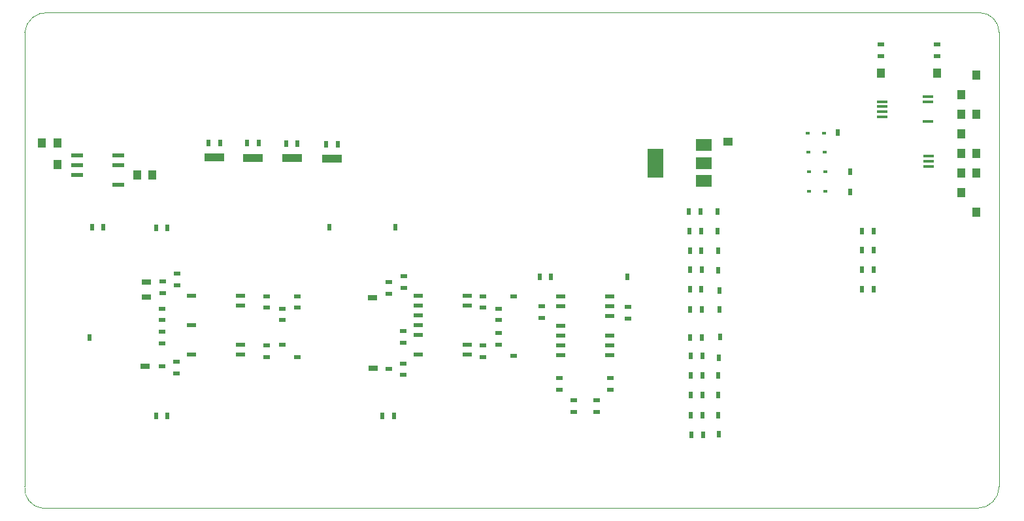
<source format=gtp>
G04 #@! TF.FileFunction,Paste,Top*
%FSLAX46Y46*%
G04 Gerber Fmt 4.6, Leading zero omitted, Abs format (unit mm)*
G04 Created by KiCad (PCBNEW 4.0.2-stable) date Sunday, December 11, 2016 'AMt' 07:35:52 AM*
%MOMM*%
G01*
G04 APERTURE LIST*
%ADD10C,0.100000*%
%ADD11R,2.500000X1.000000*%
%ADD12R,1.250000X1.000000*%
%ADD13R,1.000000X1.250000*%
%ADD14R,0.590000X0.450000*%
%ADD15R,0.500000X0.900000*%
%ADD16R,0.900000X0.500000*%
%ADD17R,1.300000X0.700000*%
%ADD18R,1.143000X0.508000*%
%ADD19R,1.550000X0.600000*%
%ADD20R,2.000000X3.800000*%
%ADD21R,2.000000X1.500000*%
%ADD22R,1.450000X0.450000*%
G04 APERTURE END LIST*
D10*
X40386000Y-49022000D02*
X161036000Y-49022000D01*
X37338000Y-110490000D02*
X37338000Y-51562000D01*
X160782000Y-113284000D02*
X39624000Y-113284000D01*
X163576000Y-51562000D02*
X163576000Y-110490000D01*
X163576000Y-51562000D02*
G75*
G03X161036000Y-49022000I-2540000J0D01*
G01*
X40386000Y-49022000D02*
G75*
G03X37338000Y-51562000I-254000J-2794000D01*
G01*
X160782000Y-113284000D02*
G75*
G03X163576000Y-110490000I0J2794000D01*
G01*
X37338000Y-110490000D02*
G75*
G03X39624000Y-113284000I2540000J-254000D01*
G01*
D11*
X77166000Y-67955800D03*
X61926000Y-67803400D03*
X66904400Y-67854200D03*
X71933600Y-67905000D03*
D12*
X128418000Y-65789000D03*
D13*
X160660000Y-57137000D03*
X158660000Y-59677000D03*
X158660000Y-62217000D03*
X160660000Y-62217000D03*
X158660000Y-64757000D03*
X158660000Y-67297000D03*
X160660000Y-67297000D03*
X158660000Y-69837000D03*
X160660000Y-69837000D03*
X158660000Y-72377000D03*
X160660000Y-74917000D03*
X148246000Y-56883000D03*
X155580000Y-56883000D03*
X39588000Y-65947000D03*
X41588000Y-65947000D03*
X41588000Y-68747000D03*
X53888000Y-70047000D03*
X51888000Y-70047000D03*
D14*
X138785500Y-64642500D03*
X140895500Y-64642500D03*
X138976000Y-72199000D03*
X141086000Y-72199000D03*
X138849000Y-67119000D03*
X140959000Y-67119000D03*
X138912500Y-69659000D03*
X141022500Y-69659000D03*
D15*
X76365200Y-66052200D03*
X77865200Y-66052200D03*
X61176000Y-65899800D03*
X62676000Y-65899800D03*
X66154400Y-65950600D03*
X67654400Y-65950600D03*
X71183600Y-66001400D03*
X72683600Y-66001400D03*
D16*
X98688000Y-90597000D03*
X98688000Y-92097000D03*
D15*
X85338000Y-76847000D03*
X147288000Y-77347000D03*
X145788000Y-77347000D03*
D16*
X100688000Y-85797000D03*
X96688000Y-93697000D03*
X96688000Y-92197000D03*
D15*
X147288000Y-84847000D03*
X145788000Y-84847000D03*
D16*
X96688000Y-85797000D03*
X96688000Y-87297000D03*
X100688000Y-93497000D03*
D15*
X85188000Y-101347000D03*
X83688000Y-101347000D03*
D16*
X98688000Y-88897000D03*
X98688000Y-87397000D03*
X70688000Y-92097000D03*
D15*
X55838000Y-76947000D03*
X54338000Y-76947000D03*
X147338000Y-82347000D03*
X145838000Y-82347000D03*
X147288000Y-79847000D03*
X145788000Y-79847000D03*
D16*
X72688000Y-87297000D03*
X72688000Y-85797000D03*
X68688000Y-85797000D03*
X68688000Y-87297000D03*
X68688000Y-93697000D03*
X68688000Y-92197000D03*
X72688000Y-93697000D03*
X70688000Y-88897000D03*
X70688000Y-87397000D03*
D15*
X55838000Y-101347000D03*
X54338000Y-101347000D03*
X76838000Y-76847000D03*
X47538000Y-76847000D03*
X46038000Y-76847000D03*
D16*
X104288000Y-87097000D03*
X104288000Y-88597000D03*
X86488000Y-84697000D03*
X86488000Y-83197000D03*
D17*
X82388000Y-85997000D03*
D16*
X57088000Y-84397000D03*
X57088000Y-82897000D03*
D17*
X53088000Y-83997000D03*
X53088000Y-85897000D03*
D16*
X84488000Y-83997000D03*
X84488000Y-85497000D03*
X55188000Y-83897000D03*
X55188000Y-85397000D03*
X55088000Y-87397000D03*
X55088000Y-88897000D03*
D15*
X105538000Y-83247000D03*
X104038000Y-83247000D03*
X45738000Y-91147000D03*
D16*
X115488000Y-87197000D03*
X115488000Y-88697000D03*
X86388000Y-94497000D03*
X86388000Y-95997000D03*
D17*
X82450000Y-95171000D03*
D16*
X56988000Y-94297000D03*
X56988000Y-95797000D03*
D17*
X52888000Y-94897000D03*
D15*
X115438000Y-83247000D03*
D16*
X84482000Y-95225000D03*
X86388000Y-91797000D03*
X86388000Y-90297000D03*
X55088000Y-94897000D03*
X55088000Y-91897000D03*
X55088000Y-90397000D03*
X108488000Y-100797000D03*
X108488000Y-99297000D03*
X106588000Y-96397000D03*
X106588000Y-97897000D03*
X111388000Y-100797000D03*
X111388000Y-99297000D03*
X113188000Y-96397000D03*
X113188000Y-97897000D03*
D15*
X124906000Y-74789800D03*
X123406000Y-74789800D03*
X124956800Y-77329800D03*
X123456800Y-77329800D03*
X125007600Y-79869800D03*
X123507600Y-79869800D03*
X125038000Y-82347000D03*
X123538000Y-82347000D03*
X125007600Y-84899000D03*
X123507600Y-84899000D03*
X125058400Y-87489800D03*
X123558400Y-87489800D03*
X125038000Y-91147000D03*
X123538000Y-91147000D03*
X125109200Y-93535000D03*
X123609200Y-93535000D03*
X125160000Y-96075000D03*
X123660000Y-96075000D03*
X125160000Y-98615000D03*
X123660000Y-98615000D03*
X125160000Y-101205800D03*
X123660000Y-101205800D03*
X125238000Y-103747000D03*
X123738000Y-103747000D03*
X127063600Y-74789800D03*
X127114400Y-77329800D03*
X127165200Y-79869800D03*
X127216000Y-82409800D03*
X127317600Y-85051400D03*
X127317600Y-87489800D03*
X127419200Y-91045800D03*
X127266800Y-93789000D03*
X127165200Y-96075000D03*
X127216000Y-98564200D03*
X127216000Y-101205800D03*
X127266800Y-103695000D03*
X142710000Y-64579000D03*
X144311600Y-72249800D03*
X144260800Y-69608200D03*
D16*
X155525000Y-53161000D03*
X155525000Y-54661000D03*
X148286000Y-53161000D03*
X148286000Y-54661000D03*
D18*
X65279200Y-93331800D03*
X65279200Y-92061800D03*
X65279200Y-86981800D03*
X65279200Y-85711800D03*
X58929200Y-85711800D03*
X58929200Y-89521800D03*
X58929200Y-93331800D03*
X94690000Y-93357000D03*
X94690000Y-92087000D03*
X94690000Y-87007000D03*
X94690000Y-85737000D03*
X88340000Y-85737000D03*
X88340000Y-87007000D03*
X88340000Y-89547000D03*
X88340000Y-90817000D03*
X88340000Y-93357000D03*
X88340000Y-88277000D03*
X113090000Y-93457000D03*
X113090000Y-92187000D03*
X113090000Y-90917000D03*
X113090000Y-88377000D03*
X113090000Y-87107000D03*
X113090000Y-85837000D03*
X106740000Y-85837000D03*
X106740000Y-87107000D03*
X106740000Y-89647000D03*
X106740000Y-90917000D03*
X106740000Y-92187000D03*
X106740000Y-93457000D03*
D19*
X44088000Y-67542000D03*
X44088000Y-68812000D03*
X44088000Y-70082000D03*
X49488000Y-71352000D03*
X49488000Y-68812000D03*
X49488000Y-67542000D03*
D20*
X119037500Y-68516000D03*
D21*
X125337500Y-68516000D03*
X125337500Y-66216000D03*
X125337500Y-70816000D03*
D22*
X154347500Y-63148500D03*
X154347500Y-60548500D03*
X154347500Y-59898500D03*
X148447500Y-60548500D03*
X148447500Y-61198500D03*
X148447500Y-61848500D03*
X148447500Y-62498500D03*
X154411000Y-68945500D03*
X154411000Y-68295500D03*
X154411000Y-67645500D03*
M02*

</source>
